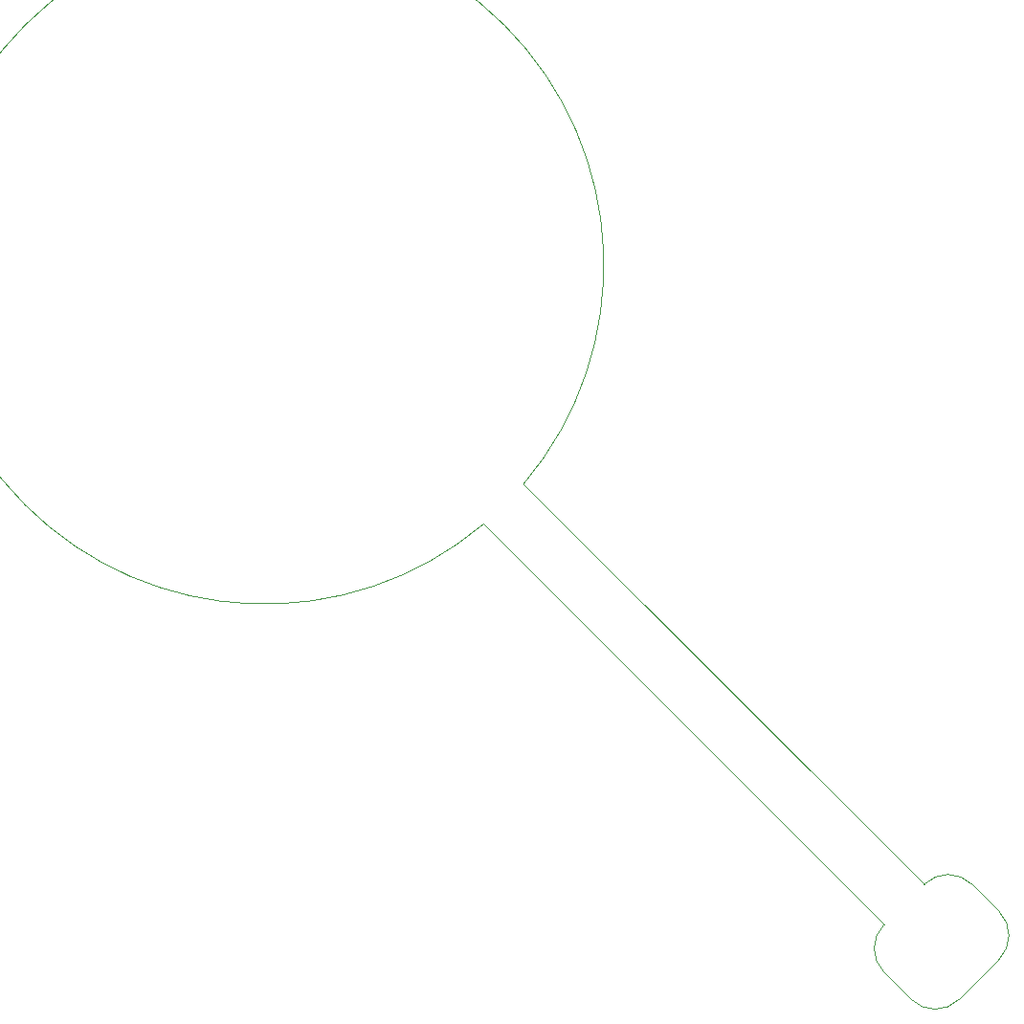
<source format=gm1>
G04 #@! TF.GenerationSoftware,KiCad,Pcbnew,8.0.5-1.fc40*
G04 #@! TF.CreationDate,2024-11-21T05:14:10-08:00*
G04 #@! TF.ProjectId,2024-rfid-sao,32303234-2d72-4666-9964-2d73616f2e6b,rev?*
G04 #@! TF.SameCoordinates,Original*
G04 #@! TF.FileFunction,Profile,NP*
%FSLAX46Y46*%
G04 Gerber Fmt 4.6, Leading zero omitted, Abs format (unit mm)*
G04 Created by KiCad (PCBNEW 8.0.5-1.fc40) date 2024-11-21 05:14:10*
%MOMM*%
%LPD*%
G01*
G04 APERTURE LIST*
G04 #@! TA.AperFunction,Profile*
%ADD10C,0.050000*%
G04 #@! TD*
G04 #@! TA.AperFunction,Profile*
%ADD11C,0.100000*%
G04 #@! TD*
G04 APERTURE END LIST*
D10*
X131996582Y-165711048D02*
G75*
G02*
X136239222Y-165711048I2121320J-2121320D01*
G01*
X135092776Y-175878310D02*
G75*
G02*
X130850135Y-175878310I-2121320J2121340D01*
G01*
X96570532Y-130284998D02*
X131996582Y-165711048D01*
X94873476Y-89697069D02*
G75*
G02*
X96567221Y-130282198I-21213206J-21213201D01*
G01*
X138628310Y-172342776D02*
X135092776Y-175878310D01*
D11*
X52447069Y-132123476D02*
G75*
G02*
X94873476Y-89697069I21213203J21213204D01*
G01*
D10*
X93034998Y-133820532D02*
X128461048Y-169246582D01*
X138628310Y-168100135D02*
G75*
G02*
X138628315Y-172342781I-2121270J-2121325D01*
G01*
X93032200Y-133817224D02*
G75*
G02*
X52447067Y-132123478I-19371930J22906954D01*
G01*
X128461048Y-173489223D02*
G75*
G02*
X128461045Y-169246580I2121352J2121323D01*
G01*
X136239223Y-165711048D02*
X138628310Y-168100135D01*
X130850135Y-175878310D02*
X128461048Y-173489223D01*
M02*

</source>
